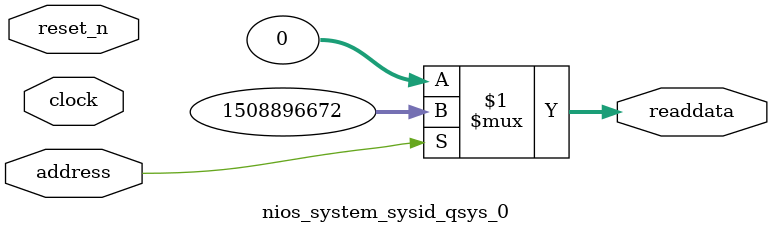
<source format=v>

`timescale 1ns / 1ps
// synthesis translate_on

// turn off superfluous verilog processor warnings 
// altera message_level Level1 
// altera message_off 10034 10035 10036 10037 10230 10240 10030 

module nios_system_sysid_qsys_0 (
               // inputs:
                address,
                clock,
                reset_n,

               // outputs:
                readdata
             )
;

  output  [ 31: 0] readdata;
  input            address;
  input            clock;
  input            reset_n;

  wire    [ 31: 0] readdata;
  //control_slave, which is an e_avalon_slave
  assign readdata = address ? 1508896672 : 0;

endmodule




</source>
